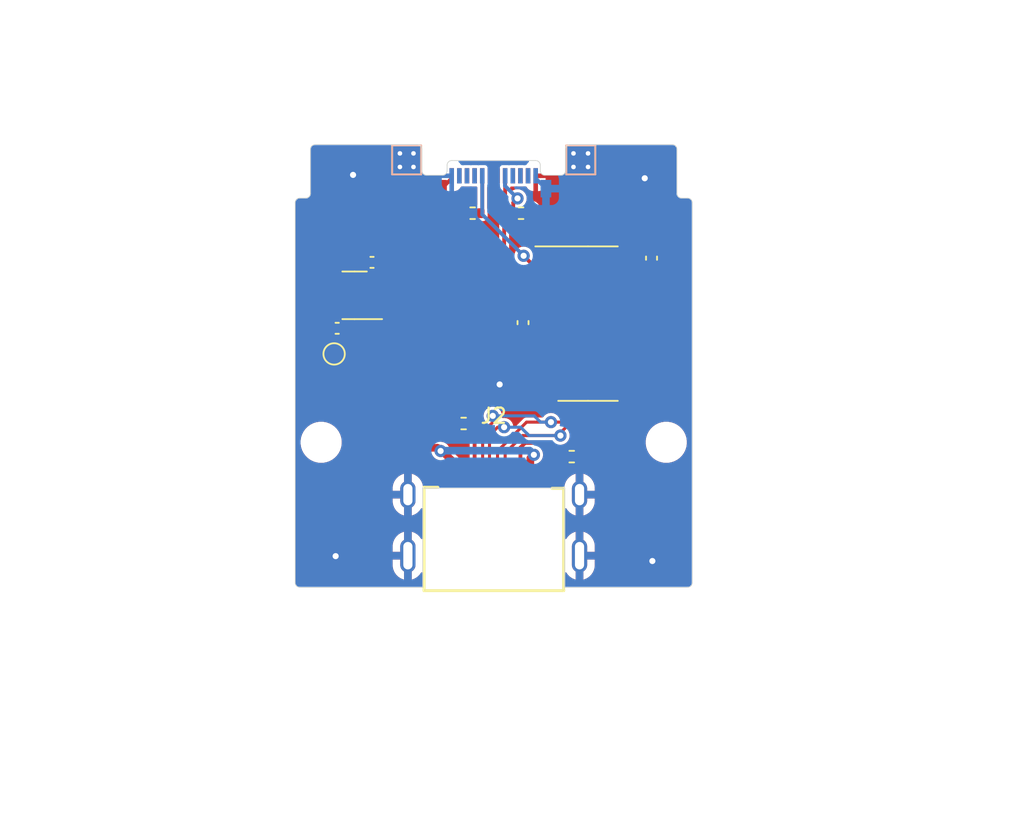
<source format=kicad_pcb>
(kicad_pcb (version 20240108) (generator "pcbnew") (generator_version "8.0")
  (layers (0 "F.Cu" signal) (31 "B.Cu" signal) (34 "B.Paste" user) (35 "F.Paste" user) (36 "B.SilkS" user "B.Silkscreen") (37 "F.SilkS" user "F.Silkscreen") (38 "B.Mask" user) (39 "F.Mask" user) (44 "Edge.Cuts" user))
  (net 0 "")
  (net 1 "+3V3")
  (net 2 "Earth")
  (net 3 "VBUS")
  (net 4 "Net-(P1-DOUT)")
  (net 5 "Net-(P1-DIN)")
  (net 6 "/D-")
  (net 7 "/D+")
  (net 8 "Net-(P1-VCONN)")
  (net 9 "Net-(P1-CC)")
  (net 20 "Net-(J2-CC2)")
  (net 22 "Net-(J2-CC1)")
  (footprint "Resistor_SMD:R_0402_1005Metric" (layer "F.Cu") (at 163.555 98.67)
    (property "Reference" "R4" (hide yes))
    (property "Value" "5.1k")
    (fp_line (start -0.153641 -0.38) (end 0.153641 -0.38) (stroke (width 0.12)) (layer "F.SilkS"))
    (fp_line (start -0.153641 0.38) (end 0.153641 0.38) (stroke (width 0.12)) (layer "F.SilkS"))
    (pad "1" smd roundrect (at -0.51 0) (size 0.54 0.64) (layers "F.Cu" "F.Paste" "F.Mask") (net 2 "Earth"))
    (pad "2" smd roundrect (at 0.51 0) (size 0.54 0.64) (layers "F.Cu" "F.Paste" "F.Mask") (net 9 "Net-(P1-CC)"))
  )
  (footprint "Capacitor_SMD:C_0402_1005Metric" (layer "F.Cu") (at 175.27 101.615 -90)
    (property "Reference" "C2" (hide yes))
    (property "Value" "100nF")
    (fp_line (start -0.107836 0.36) (end 0.107836 0.36) (stroke (width 0.12)) (layer "F.SilkS"))
    (fp_line (start -0.107836 -0.36) (end 0.107836 -0.36) (stroke (width 0.12)) (layer "F.SilkS"))
    (pad "1" smd roundrect (at -0.48 0 270) (size 0.56 0.62) (layers "F.Cu" "F.Paste" "F.Mask") (net 1 "+3V3"))
    (pad "2" smd roundrect (at 0.48 0 270) (size 0.56 0.62) (layers "F.Cu" "F.Paste" "F.Mask") (net 2 "Earth"))
  )
  (footprint "EC Debug:GT-USB-7014F" (layer "F.Cu") (at 160.285 123.18)
    (property "Reference" "J2" (at 4.65 -11.23 0) (layer "F.SilkS"))
    (property "Value" "GT-USB-7014F")
    (fp_line (start 0.09 -6.55) (end 0.99 -6.55) (stroke (width 0.2)) (layer "F.SilkS"))
    (fp_line (start 0.09 0.22) (end 0.09 -6.55) (stroke (width 0.2)) (layer "F.SilkS"))
    (fp_line (start 8.47 -6.48) (end 9.23 -6.48) (stroke (width 0.2)) (layer "F.SilkS"))
    (fp_line (start 9.23 -6.48) (end 9.23 0.22) (stroke (width 0.2)) (layer "F.SilkS"))
    (fp_line (start 9.23 0.22) (end 0.09 0.22) (stroke (width 0.2)) (layer "F.SilkS"))
    (fp_line (start 0 -6.5) (end 0 0) (stroke (width 0.05)) (layer "Edge.Cuts"))
    (fp_line (start 0 -6.5) (end 9.3 -6.5) (stroke (width 0.05)) (layer "Edge.Cuts"))
    (fp_line (start 9.3 -6.5) (end 9.3 0) (stroke (width 0.05)) (layer "Edge.Cuts"))
    (pad "0" thru_hole oval (at -0.97 -6.07) (size 1 1.8) (drill oval 0.599999 1.399972) (layers "*.Cu" "*.Mask") (net 2 "Earth"))
    (pad "0" thru_hole oval (at -0.97 -2.07) (size 1 2.2) (drill oval 0.599999 1.799971) (layers "*.Cu" "*.Mask") (net 2 "Earth"))
    (pad "0" thru_hole oval (at 10.27 -6.07) (size 1 1.8) (drill oval 0.599999 1.400023) (layers "*.Cu" "*.Mask") (net 2 "Earth"))
    (pad "0" thru_hole oval (at 10.27 -2.07) (size 1 2.2) (drill oval 0.599999 1.799996) (layers "*.Cu" "*.Mask") (net 2 "Earth"))
    (pad "A1B12" smd rect (at 1.45 -7.23) (size 0.6 1.1) (layers "F.Cu" "F.Paste" "F.Mask") (net 2 "Earth"))
    (pad "A4" smd rect (at 2.25 -7.23) (size 0.6 1.1) (layers "F.Cu" "F.Paste" "F.Mask") (net 3 "VBUS"))
    (pad "A5" smd rect (at 3.4 -7.23) (size 0.3 1.1) (layers "F.Cu" "F.Paste" "F.Mask") (net 22 "Net-(J2-CC1)"))
    (pad "A6" smd rect (at 4.4 -7.23) (size 0.3 1.1) (layers "F.Cu" "F.Paste" "F.Mask") (net 7 "/D+"))
    (pad "A7" smd rect (at 4.9 -7.23) (size 0.3 1.1) (layers "F.Cu" "F.Paste" "F.Mask") (net 6 "/D-"))
    (pad "A8" smd rect (at 5.9 -7.23) (size 0.3 1.1) (layers "F.Cu" "F.Paste" "F.Mask"))
    (pad "B1A12" smd rect (at 7.85 -7.23) (size 0.6 1.1) (layers "F.Cu" "F.Paste" "F.Mask") (net 2 "Earth"))
    (pad "B4" smd rect (at 7.05 -7.23) (size 0.6 1.1) (layers "F.Cu" "F.Paste" "F.Mask") (net 3 "VBUS"))
    (pad "B5" smd rect (at 6.4 -7.23) (size 0.3 1.1) (layers "F.Cu" "F.Paste" "F.Mask") (net 20 "Net-(J2-CC2)"))
    (pad "B6" smd rect (at 5.4 -7.23) (size 0.3 1.1) (layers "F.Cu" "F.Paste" "F.Mask") (net 7 "/D+"))
    (pad "B7" smd rect (at 3.9 -7.23) (size 0.3 1.1) (layers "F.Cu" "F.Paste" "F.Mask") (net 6 "/D-"))
    (pad "B8" smd rect (at 2.9 -7.23) (size 0.3 1.1) (layers "F.Cu" "F.Paste" "F.Mask"))
  )
  (footprint "EC Debug:105444" (layer "F.Cu") (at 164.935 96.18)
    (property "Reference" "P1" (hide yes))
    (property "Value" "USB_C_Plug_USB2.0" (hide yes))
    (fp_line (start -3.35 0) (end -4.3 0) (stroke (width 0.05)) (layer "Edge.Cuts"))
    (fp_line (start -3.05 -0.66) (end -3.05 -0.3) (stroke (width 0.05)) (layer "Edge.Cuts"))
    (fp_line (start -2.75 -0.96) (end 2.75 -0.96) (stroke (width 0.05)) (layer "Edge.Cuts"))
    (fp_line (start 3.05 -0.66) (end 3.05 -0.3) (stroke (width 0.05)) (layer "Edge.Cuts"))
    (fp_line (start 3.35 0) (end 4.3 0) (stroke (width 0.05)) (layer "Edge.Cuts"))
    (fp_arc (start -3.05 -0.66) (mid -2.962132 -0.872132) (end -2.75 -0.96) (stroke (width 0.05)) (layer "Edge.Cuts"))
    (fp_arc (start -3.05 -0.3) (mid -3.137868 -0.087868) (end -3.35 0) (stroke (width 0.05)) (layer "Edge.Cuts"))
    (fp_arc (start 2.75 -0.96) (mid 2.962132 -0.872132) (end 3.05 -0.66) (stroke (width 0.05)) (layer "Edge.Cuts"))
    (fp_arc (start 3.35 0) (mid 3.137868 -0.087868) (end 3.05 -0.3) (stroke (width 0.05)) (layer "Edge.Cuts"))
    (pad "A1" smd rect (at -2.75 0.04) (size 0.3 1) (layers "F.Cu" "F.Paste" "F.Mask") (net 2 "Earth"))
    (pad "A2" smd rect (at -2.25 0.04) (size 0.3 1) (layers "F.Cu" "F.Paste" "F.Mask"))
    (pad "A3" smd rect (at -1.75 0.04) (size 0.3 1) (layers "F.Cu" "F.Paste" "F.Mask"))
    (pad "A4" smd rect (at -1.25 0.04) (size 0.3 1) (layers "F.Cu" "F.Paste" "F.Mask"))
    (pad "A5" smd rect (at -0.75 0.04) (size 0.3 1) (layers "F.Cu" "F.Paste" "F.Mask") (net 9 "Net-(P1-CC)"))
    (pad "A6" smd rect (at -0.25 0.04) (size 0.3 1) (layers "F.Cu" "F.Paste" "F.Mask"))
    (pad "A7" smd rect (at 0.25 0.04) (size 0.3 1) (layers "F.Cu" "F.Paste" "F.Mask"))
    (pad "A8" smd rect (at 0.75 0.04) (size 0.3 1) (layers "F.Cu" "F.Paste" "F.Mask") (net 4 "Net-(P1-DOUT)"))
    (pad "A9" smd rect (at 1.25 0.04) (size 0.3 1) (layers "F.Cu" "F.Paste" "F.Mask"))
    (pad "A10" smd rect (at 1.75 0.04) (size 0.3 1) (layers "F.Cu" "F.Paste" "F.Mask"))
    (pad "A11" smd rect (at 2.25 0.04) (size 0.3 1) (layers "F.Cu" "F.Paste" "F.Mask"))
    (pad "A12" smd rect (at 2.75 0.04) (size 0.3 1) (layers "F.Cu" "F.Paste" "F.Mask") (net 2 "Earth"))
    (pad "B1" smd rect (at 2.75 0.04) (size 0.3 1) (layers "B.Cu" "B.Paste" "B.Mask") (net 2 "Earth"))
    (pad "B2" smd rect (at 2.25 0.04) (size 0.3 1) (layers "B.Cu" "B.Paste" "B.Mask"))
    (pad "B3" smd rect (at 1.75 0.04) (size 0.3 1) (layers "B.Cu" "B.Paste" "B.Mask"))
    (pad "B4" smd rect (at 1.25 0.04) (size 0.3 1) (layers "B.Cu" "B.Paste" "B.Mask"))
    (pad "B5" smd rect (at 0.75 0.04) (size 0.3 1) (layers "B.Cu" "B.Paste" "B.Mask") (net 8 "Net-(P1-VCONN)"))
    (pad "B8" smd rect (at -0.75 0.04) (size 0.3 1) (layers "B.Cu" "B.Paste" "B.Mask") (net 5 "Net-(P1-DIN)"))
    (pad "B9" smd rect (at -1.25 0.04) (size 0.3 1) (layers "B.Cu" "B.Paste" "B.Mask"))
    (pad "B10" smd rect (at -1.75 0.04) (size 0.3 1) (layers "B.Cu" "B.Paste" "B.Mask"))
    (pad "B11" smd rect (at -2.25 0.04) (size 0.3 1) (layers "B.Cu" "B.Paste" "B.Mask"))
    (pad "B12" smd rect (at -2.75 0.04) (size 0.3 1) (layers "B.Cu" "B.Paste" "B.Mask") (net 2 "Earth"))
    (pad "S1" smd rect (at -3.42 0.88) (size 0.7 1.15) (layers "F.Cu" "F.Paste" "F.Mask") (net 2 "Earth"))
    (pad "S1" smd rect (at 3.42 0.88) (size 0.7 1.15) (layers "B.Cu" "B.Paste" "B.Mask") (net 2 "Earth"))
  )
  (footprint "Resistor_SMD:R_0402_1005Metric" (layer "F.Cu") (at 162.965 112.45)
    (property "Reference" "R1" (hide yes))
    (property "Value" "5.1k")
    (fp_line (start -0.153641 -0.38) (end 0.153641 -0.38) (stroke (width 0.12)) (layer "F.SilkS"))
    (fp_line (start -0.153641 0.38) (end 0.153641 0.38) (stroke (width 0.12)) (layer "F.SilkS"))
    (pad "1" smd roundrect (at -0.51 0) (size 0.54 0.64) (layers "F.Cu" "F.Paste" "F.Mask") (net 2 "Earth"))
    (pad "2" smd roundrect (at 0.51 0) (size 0.54 0.64) (layers "F.Cu" "F.Paste" "F.Mask") (net 22 "Net-(J2-CC1)"))
  )
  (footprint "Resistor_SMD:R_0402_1005Metric" (layer "F.Cu") (at 166.725 98.67 180)
    (property "Reference" "R3" (hide yes))
    (property "Value" "5.1k")
    (fp_line (start -0.153641 0.38) (end 0.153641 0.38) (stroke (width 0.12)) (layer "F.SilkS"))
    (fp_line (start -0.153641 -0.38) (end 0.153641 -0.38) (stroke (width 0.12)) (layer "F.SilkS"))
    (pad "1" smd roundrect (at -0.51 0 180) (size 0.54 0.64) (layers "F.Cu" "F.Paste" "F.Mask") (net 2 "Earth"))
    (pad "2" smd roundrect (at 0.51 0 180) (size 0.54 0.64) (layers "F.Cu" "F.Paste" "F.Mask") (net 8 "Net-(P1-VCONN)"))
  )
  (footprint "Capacitor_SMD:C_0402_1005Metric" (layer "F.Cu") (at 166.855 105.84 -90)
    (property "Reference" "C4" (hide yes))
    (property "Value" "100nF")
    (fp_line (start -0.107836 0.36) (end 0.107836 0.36) (stroke (width 0.12)) (layer "F.SilkS"))
    (fp_line (start -0.107836 -0.36) (end 0.107836 -0.36) (stroke (width 0.12)) (layer "F.SilkS"))
    (pad "1" smd roundrect (at -0.48 0 270) (size 0.56 0.62) (layers "F.Cu" "F.Paste" "F.Mask") (net 1 "+3V3"))
    (pad "2" smd roundrect (at 0.48 0 270) (size 0.56 0.62) (layers "F.Cu" "F.Paste" "F.Mask") (net 2 "Earth"))
  )
  (footprint "TestPoint:TestPoint_Pad_D1.0mm" (layer "F.Cu") (at 154.485 107.89)
    (property "Reference" "TP5" (hide yes))
    (property "Value" "3V3")
    (fp_circle (center 0 0) (end 0 0.7) (stroke (width 0.12)) (fill none) (layer "F.SilkS"))
    (pad "1" smd circle (at 0 0) (size 1 1) (layers "F.Cu" "F.Mask") (net 1 "+3V3"))
  )
  (footprint "MountingHole:MountingHole_2.2mm_M2" (layer "F.Cu") (at 153.635 113.68)
    (property "Reference" "H1" (hide yes))
    (property "Value" "MountingHole")
    (pad "" np_thru_hole circle (at 0 0) (size 2.2 2.2) (drill 2.2) (layers "F&B.Cu" "*.Mask"))
  )
  (footprint "Package_TO_SOT_SMD:SOT-23-5" (layer "F.Cu") (at 155.825 104.05 180)
    (property "Reference" "U1" (hide yes))
    (property "Value" "AP2112K-3.3")
    (fp_line (start 0 1.56) (end 0.8 1.56) (stroke (width 0.12)) (layer "F.SilkS"))
    (fp_line (start 0 1.56) (end -0.8 1.56) (stroke (width 0.12)) (layer "F.SilkS"))
    (fp_line (start 0 -1.56) (end 0.8 -1.56) (stroke (width 0.12)) (layer "F.SilkS"))
    (fp_line (start 0 -1.56) (end -1.8 -1.56) (stroke (width 0.12)) (layer "F.SilkS"))
    (pad "1" smd roundrect (at -1.1375 -0.95 180) (size 1.325 0.6) (layers "F.Cu" "F.Paste" "F.Mask") (net 3 "VBUS"))
    (pad "2" smd roundrect (at -1.1375 0 180) (size 1.325 0.6) (layers "F.Cu" "F.Paste" "F.Mask") (net 2 "Earth"))
    (pad "3" smd roundrect (at -1.1375 0.95 180) (size 1.325 0.6) (layers "F.Cu" "F.Paste" "F.Mask") (net 3 "VBUS"))
    (pad "4" smd roundrect (at 1.1375 0.95 180) (size 1.325 0.6) (layers "F.Cu" "F.Paste" "F.Mask"))
    (pad "5" smd roundrect (at 1.1375 -0.95 180) (size 1.325 0.6) (layers "F.Cu" "F.Paste" "F.Mask") (net 1 "+3V3"))
  )
  (footprint "Capacitor_SMD:C_0402_1005Metric" (layer "F.Cu") (at 156.965 101.89 180)
    (property "Reference" "C1" (hide yes))
    (property "Value" "1uF")
    (fp_line (start -0.107836 0.36) (end 0.107836 0.36) (stroke (width 0.12)) (layer "F.SilkS"))
    (fp_line (start -0.107836 -0.36) (end 0.107836 -0.36) (stroke (width 0.12)) (layer "F.SilkS"))
    (pad "1" smd roundrect (at -0.48 0 180) (size 0.56 0.62) (layers "F.Cu" "F.Paste" "F.Mask") (net 3 "VBUS"))
    (pad "2" smd roundrect (at 0.48 0 180) (size 0.56 0.62) (layers "F.Cu" "F.Paste" "F.Mask") (net 2 "Earth"))
  )
  (footprint "Capacitor_SMD:C_0402_1005Metric" (layer "F.Cu") (at 154.685 106.21)
    (property "Reference" "C3" (hide yes))
    (property "Value" "1uF")
    (fp_line (start -0.107836 -0.36) (end 0.107836 -0.36) (stroke (width 0.12)) (layer "F.SilkS"))
    (fp_line (start -0.107836 0.36) (end 0.107836 0.36) (stroke (width 0.12)) (layer "F.SilkS"))
    (pad "1" smd roundrect (at -0.48 0) (size 0.56 0.62) (layers "F.Cu" "F.Paste" "F.Mask") (net 1 "+3V3"))
    (pad "2" smd roundrect (at 0.48 0) (size 0.56 0.62) (layers "F.Cu" "F.Paste" "F.Mask") (net 2 "Earth"))
  )
  (footprint "Package_SO:SOIC-16_3.9x9.9mm_P1.27mm" (layer "F.Cu") (at 171.11 105.905)
    (property "Reference" "U2" (hide yes))
    (property "Value" "CH340C")
    (fp_line (start 0 -5.06) (end -3.45 -5.06) (stroke (width 0.12)) (layer "F.SilkS"))
    (fp_line (start 0 -5.06) (end 1.95 -5.06) (stroke (width 0.12)) (layer "F.SilkS"))
    (fp_line (start 0 5.06) (end -1.95 5.06) (stroke (width 0.12)) (layer "F.SilkS"))
    (fp_line (start 0 5.06) (end 1.95 5.06) (stroke (width 0.12)) (layer "F.SilkS"))
    (pad "1" smd roundrect (at -2.475 -4.445) (size 1.95 0.6) (layers "F.Cu" "F.Paste" "F.Mask") (net 2 "Earth"))
    (pad "2" smd roundrect (at -2.475 -3.175) (size 1.95 0.6) (layers "F.Cu" "F.Paste" "F.Mask") (net 5 "Net-(P1-DIN)"))
    (pad "3" smd roundrect (at -2.475 -1.905) (size 1.95 0.6) (layers "F.Cu" "F.Paste" "F.Mask") (net 4 "Net-(P1-DOUT)"))
    (pad "4" smd roundrect (at -2.475 -0.635) (size 1.95 0.6) (layers "F.Cu" "F.Paste" "F.Mask") (net 1 "+3V3"))
    (pad "5" smd roundrect (at -2.475 0.635) (size 1.95 0.6) (layers "F.Cu" "F.Paste" "F.Mask") (net 7 "/D+"))
    (pad "6" smd roundrect (at -2.475 1.905) (size 1.95 0.6) (layers "F.Cu" "F.Paste" "F.Mask") (net 6 "/D-"))
    (pad "7" smd roundrect (at -2.475 3.175) (size 1.95 0.6) (layers "F.Cu" "F.Paste" "F.Mask"))
    (pad "8" smd roundrect (at -2.475 4.445) (size 1.95 0.6) (layers "F.Cu" "F.Paste" "F.Mask"))
    (pad "9" smd roundrect (at 2.475 4.445) (size 1.95 0.6) (layers "F.Cu" "F.Paste" "F.Mask"))
    (pad "10" smd roundrect (at 2.475 3.175) (size 1.95 0.6) (layers "F.Cu" "F.Paste" "F.Mask"))
    (pad "11" smd roundrect (at 2.475 1.905) (size 1.95 0.6) (layers "F.Cu" "F.Paste" "F.Mask"))
    (pad "12" smd roundrect (at 2.475 0.635) (size 1.95 0.6) (layers "F.Cu" "F.Paste" "F.Mask"))
    (pad "13" smd roundrect (at 2.475 -0.635) (size 1.95 0.6) (layers "F.Cu" "F.Paste" "F.Mask"))
    (pad "14" smd roundrect (at 2.475 -1.905) (size 1.95 0.6) (layers "F.Cu" "F.Paste" "F.Mask"))
    (pad "15" smd roundrect (at 2.475 -3.175) (size 1.95 0.6) (layers "F.Cu" "F.Paste" "F.Mask"))
    (pad "16" smd roundrect (at 2.475 -4.445) (size 1.95 0.6) (layers "F.Cu" "F.Paste" "F.Mask") (net 1 "+3V3"))
  )
  (footprint "TestPoint:TestPoint_Pad_1.5x1.5mm" (layer "F.Cu") (at 159.235 95.18)
    (property "Reference" "TP1" (hide yes))
    (property "Value" "TestPoint" (hide yes))
    (fp_line (start -0.95 -0.95) (end 0.95 -0.95) (stroke (width 0.12)) (layer "F.SilkS"))
    (fp_line (start -0.95 0.95) (end -0.95 -0.95) (stroke (width 0.12)) (layer "F.SilkS"))
    (fp_line (start 0.95 -0.95) (end 0.95 0.95) (stroke (width 0.12)) (layer "F.SilkS"))
    (fp_line (start 0.95 0.95) (end -0.95 0.95) (stroke (width 0.12)) (layer "F.SilkS"))
    (pad "1" smd rect (at 0 0) (size 1.5 1.5) (layers "F.Cu" "F.Mask") (net 2 "Earth"))
  )
  (footprint "MountingHole:MountingHole_2.2mm_M2" (layer "F.Cu") (at 176.235 113.68)
    (property "Reference" "H2" (hide yes))
    (property "Value" "MountingHole")
    (pad "" np_thru_hole circle (at 0 0) (size 2.2 2.2) (drill 2.2) (layers "F&B.Cu" "*.Mask"))
  )
  (footprint "TestPoint:TestPoint_Pad_1.5x1.5mm" (layer "F.Cu") (at 170.635 95.18)
    (property "Reference" "TP3" (hide yes))
    (property "Value" "TestPoint" (hide yes))
    (fp_line (start -0.95 -0.95) (end 0.95 -0.95) (stroke (width 0.12)) (layer "F.SilkS"))
    (fp_line (start -0.95 0.95) (end -0.95 -0.95) (stroke (width 0.12)) (layer "F.SilkS"))
    (fp_line (start 0.95 -0.95) (end 0.95 0.95) (stroke (width 0.12)) (layer "F.SilkS"))
    (fp_line (start 0.95 0.95) (end -0.95 0.95) (stroke (width 0.12)) (layer "F.SilkS"))
    (pad "1" smd rect (at 0 0) (size 1.5 1.5) (layers "F.Cu" "F.Mask") (net 2 "Earth"))
  )
  (footprint "Resistor_SMD:R_0402_1005Metric" (layer "F.Cu") (at 170.045 114.62 180)
    (property "Reference" "R2" (hide yes))
    (property "Value" "5.1k")
    (fp_line (start -0.153641 0.38) (end 0.153641 0.38) (stroke (width 0.12)) (layer "F.SilkS"))
    (fp_line (start -0.153641 -0.38) (end 0.153641 -0.38) (stroke (width 0.12)) (layer "F.SilkS"))
    (pad "1" smd roundrect (at -0.51 0 180) (size 0.54 0.64) (layers "F.Cu" "F.Paste" "F.Mask") (net 2 "Earth"))
    (pad "2" smd roundrect (at 0.51 0 180) (size 0.54 0.64) (layers "F.Cu" "F.Paste" "F.Mask") (net 20 "Net-(J2-CC2)"))
  )
  (footprint "TestPoint:TestPoint_Pad_1.5x1.5mm" (layer "B.Cu") (at 159.235 95.18)
    (property "Reference" "TP2" (hide yes))
    (property "Value" "TestPoint")
    (fp_line (start -0.95 -0.95) (end -0.95 0.95) (stroke (width 0.12)) (layer "B.SilkS"))
    (fp_line (start -0.95 0.95) (end 0.95 0.95) (stroke (width 0.12)) (layer "B.SilkS"))
    (fp_line (start 0.95 -0.95) (end -0.95 -0.95) (stroke (width 0.12)) (layer "B.SilkS"))
    (fp_line (start 0.95 0.95) (end 0.95 -0.95) (stroke (width 0.12)) (layer "B.SilkS"))
    (pad "1" smd rect (at 0 0) (size 1.5 1.5) (layers "B.Cu" "B.Mask") (net 2 "Earth"))
  )
  (footprint "TestPoint:TestPoint_Pad_1.5x1.5mm" (layer "B.Cu") (at 170.635 95.18)
    (property "Reference" "TP4" (hide yes))
    (property "Value" "TestPoint")
    (fp_line (start -0.95 -0.95) (end -0.95 0.95) (stroke (width 0.12)) (layer "B.SilkS"))
    (fp_line (start -0.95 0.95) (end 0.95 0.95) (stroke (width 0.12)) (layer "B.SilkS"))
    (fp_line (start 0.95 -0.95) (end -0.95 -0.95) (stroke (width 0.12)) (layer "B.SilkS"))
    (fp_line (start 0.95 0.95) (end 0.95 -0.95) (stroke (width 0.12)) (layer "B.SilkS"))
    (pad "1" smd rect (at 0 0) (size 1.5 1.5) (layers "B.Cu" "B.Mask") (net 2 "Earth"))
  )
  (gr_arc (start 160.535 96.18) (mid 160.322868 96.092132) (end 160.235 95.88) (stroke (width 0.05)) (layer "Edge.Cuts"))
  (gr_line (start 169.935 94.18) (end 176.635 94.18) (stroke (width 0.05)) (layer "Edge.Cuts"))
  (gr_line (start 152.935 97.38) (end 152.935 94.48) (stroke (width 0.05)) (layer "Edge.Cuts"))
  (gr_line (start 152.235 97.68) (end 152.635 97.68) (stroke (width 0.05)) (layer "Edge.Cuts"))
  (gr_line (start 177.935 97.98) (end 177.935 122.88) (stroke (width 0.05)) (layer "Edge.Cuts"))
  (gr_line (start 169.235 96.18) (end 169.335 96.18) (stroke (width 0.05)) (layer "Edge.Cuts"))
  (gr_line (start 169.635 95.88) (end 169.635 94.48) (stroke (width 0.05)) (layer "Edge.Cuts"))
  (gr_line (start 160.235 95.88) (end 160.235 94.48) (stroke (width 0.05)) (layer "Edge.Cuts"))
  (gr_line (start 160.535 96.18) (end 160.635 96.18) (stroke (width 0.05)) (layer "Edge.Cuts"))
  (gr_arc (start 169.635 94.48) (mid 169.722868 94.267868) (end 169.935 94.18) (stroke (width 0.05)) (layer "Edge.Cuts"))
  (gr_arc (start 177.935 122.88) (mid 177.847132 123.092132) (end 177.635 123.18) (stroke (width 0.05)) (layer "Edge.Cuts"))
  (gr_arc (start 152.935 97.38) (mid 152.847132 97.592132) (end 152.635 97.68) (stroke (width 0.05)) (layer "Edge.Cuts"))
  (gr_line (start 159.935 94.18) (end 153.235 94.18) (stroke (width 0.05)) (layer "Edge.Cuts"))
  (gr_line (start 177.235 97.68) (end 177.635 97.68) (stroke (width 0.05)) (layer "Edge.Cuts"))
  (gr_arc (start 169.635 95.88) (mid 169.547132 96.092132) (end 169.335 96.18) (stroke (width 0.05)) (layer "Edge.Cuts"))
  (gr_arc (start 152.235 123.18) (mid 152.022868 123.092132) (end 151.935 122.88) (stroke (width 0.05)) (layer "Edge.Cuts"))
  (gr_arc (start 151.935 97.98) (mid 152.022868 97.767868) (end 152.235 97.68) (stroke (width 0.05)) (layer "Edge.Cuts"))
  (gr_line (start 152.235 123.18) (end 160.285 123.18) (stroke (width 0.05)) (layer "Edge.Cuts"))
  (gr_line (start 176.935 97.38) (end 176.935 94.48) (stroke (width 0.05)) (layer "Edge.Cuts"))
  (gr_line (start 151.935 97.98) (end 151.935 122.88) (stroke (width 0.05)) (layer "Edge.Cuts"))
  (gr_arc (start 177.635 97.68) (mid 177.847132 97.767868) (end 177.935 97.98) (stroke (width 0.05)) (layer "Edge.Cuts"))
  (gr_line (start 177.635 123.18) (end 169.585 123.18) (stroke (width 0.05)) (layer "Edge.Cuts"))
  (gr_arc (start 176.635 94.18) (mid 176.847132 94.267868) (end 176.935 94.48) (stroke (width 0.05)) (layer "Edge.Cuts"))
  (gr_arc (start 159.935 94.18) (mid 160.147132 94.267868) (end 160.235 94.48) (stroke (width 0.05)) (layer "Edge.Cuts"))
  (gr_arc (start 177.235 97.68) (mid 177.022868 97.592132) (end 176.935 97.38) (stroke (width 0.05)) (layer "Edge.Cuts"))
  (gr_arc (start 152.935 94.48) (mid 153.022868 94.267868) (end 153.235 94.18) (stroke (width 0.05)) (layer "Edge.Cuts"))
  (segment (start 168.635 105.27) (end 166.945 105.27) (width 0.25) (layer "F.Cu") (net 1))
  (segment (start 154.485 107.89) (end 154.485 106.49) (width 0.25) (layer "F.Cu") (net 1))
  (segment (start 154.205 105.4825) (end 154.205 106.21) (width 0.25) (layer "F.Cu") (net 1))
  (segment (start 161.99351 107.89) (end 164.55351 105.33) (width 0.25) (layer "F.Cu") (net 1))
  (segment (start 154.6875 105) (end 154.205 105.4825) (width 0.25) (layer "F.Cu") (net 1))
  (segment (start 154.485 106.49) (end 154.205 106.21) (width 0.25) (layer "F.Cu") (net 1))
  (segment (start 168.635 105.27) (end 169.394092 105.27) (width 0.25) (layer "F.Cu") (net 1))
  (segment (start 166.825 105.33) (end 166.855 105.36) (width 0.25) (layer "F.Cu") (net 1))
  (segment (start 173.585 101.46) (end 174.945 101.46) (width 0.25) (layer "F.Cu") (net 1))
  (segment (start 164.55351 105.33) (end 166.825 105.33) (width 0.25) (layer "F.Cu") (net 1))
  (segment (start 166.945 105.27) (end 166.855 105.36) (width 0.25) (layer "F.Cu") (net 1))
  (segment (start 174.945 101.46) (end 175.27 101.135) (width 0.25) (layer "F.Cu") (net 1))
  (segment (start 169.394092 105.27) (end 173.204092 101.46) (width 0.25) (layer "F.Cu") (net 1))
  (segment (start 173.204092 101.46) (end 173.585 101.46) (width 0.25) (layer "F.Cu") (net 1))
  (segment (start 154.485 107.89) (end 161.99351 107.89) (width 0.25) (layer "F.Cu") (net 1))
  (segment (start 162.185 96.39) (end 161.515 97.06) (width 0.25) (layer "F.Cu") (net 2))
  (segment (start 162.185 96.22) (end 162.185 96.39) (width 0.25) (layer "F.Cu") (net 2))
  (via (at 154.585 121.14) (size 0.8) (drill 0.4) (layers "F.Cu" "B.Cu") (net 2))
  (via (at 158.793 94.7515) (size 0.5) (drill 0.3) (layers "F.Cu" "B.Cu") (net 2))
  (via (at 170.1595 94.7515) (size 0.5) (drill 0.3) (layers "F.Cu" "B.Cu") (net 2))
  (via (at 158.793 95.6405) (size 0.5) (drill 0.3) (layers "F.Cu" "B.Cu") (net 2))
  (via (at 159.682 95.6405) (size 0.5) (drill 0.3) (layers "F.Cu" "B.Cu") (net 2))
  (via (at 174.825 96.38) (size 0.8) (drill 0.4) (layers "F.Cu" "B.Cu") (net 2))
  (via (at 171.112 94.7515) (size 0.5) (drill 0.3) (layers "F.Cu" "B.Cu") (net 2))
  (via (at 165.325 109.89) (size 0.8) (drill 0.4) (layers "F.Cu" "B.Cu") (net 2))
  (via (at 175.325 121.46) (size 0.8) (drill 0.4) (layers "F.Cu" "B.Cu") (net 2))
  (via (at 159.682 94.7515) (size 0.5) (drill 0.3) (layers "F.Cu" "B.Cu") (net 2))
  (via (at 171.112 95.6405) (size 0.5) (drill 0.3) (layers "F.Cu" "B.Cu") (net 2))
  (via (at 155.725 96.16) (size 0.8) (drill 0.4) (layers "F.Cu" "B.Cu") (net 2))
  (via (at 170.1595 95.6405) (size 0.5) (drill 0.3) (layers "F.Cu" "B.Cu") (net 2))
  (segment (start 167.685 96.22) (end 167.685 96.39) (width 0.25) (layer "B.Cu") (net 2))
  (segment (start 167.685 96.39) (end 168.355 97.06) (width 0.25) (layer "B.Cu") (net 2))
  (segment (start 157.445 102.6175) (end 156.9625 103.1) (width 0.25) (layer "F.Cu") (net 3))
  (segment (start 161.248762 114.04) (end 159.291497 114.04) (width 0.5) (layer "F.Cu") (net 3))
  (segment (start 167.335 114.73) (end 167.335 115.95) (width 0.5) (layer "F.Cu") (net 3))
  (segment (start 156.397316 103.1) (end 156.9625 103.1) (width 0.5) (layer "F.Cu") (net 3))
  (segment (start 157.445 101.89) (end 157.445 102.6175) (width 0.25) (layer "F.Cu") (net 3))
  (segment (start 155.537316 104.14) (end 155.537316 103.96) (width 0.5) (layer "F.Cu") (net 3))
  (segment (start 156.9625 105) (end 156.397316 105) (width 0.5) (layer "F.Cu") (net 3))
  (segment (start 162.535 115.22) (end 162.535 115.95) (width 0.5) (layer "F.Cu") (net 3))
  (segment (start 161.457972 114.24921) (end 161.56421 114.24921) (width 0.5) (layer "F.Cu") (net 3))
  (segment (start 154.212316 103.96) (end 155.537316 103.96) (width 0.5) (layer "F.Cu") (net 3))
  (segment (start 153.465 108.213503) (end 153.465 104.707316) (width 0.5) (layer "F.Cu") (net 3))
  (segment (start 155.537316 103.96) (end 156.397316 103.1) (width 0.5) (layer "F.Cu") (net 3))
  (segment (start 159.291497 114.04) (end 153.465 108.213503) (width 0.5) (layer "F.Cu") (net 3))
  (segment (start 153.465 104.707316) (end 154.212316 103.96) (width 0.5) (layer "F.Cu") (net 3))
  (segment (start 167.565 114.5) (end 167.335 114.73) (width 0.5) (layer "F.Cu") (net 3))
  (segment (start 161.457972 114.24921) (end 161.248762 114.04) (width 0.5) (layer "F.Cu") (net 3))
  (segment (start 161.56421 114.24921) (end 162.535 115.22) (width 0.5) (layer "F.Cu") (net 3))
  (segment (start 156.397316 105) (end 155.537316 104.14) (width 0.5) (layer "F.Cu") (net 3))
  (via (at 161.457972 114.24921) (size 0.8) (drill 0.4) (layers "F.Cu" "B.Cu") (net 3))
  (via (at 167.565 114.5) (size 0.8) (drill 0.4) (layers "F.Cu" "B.Cu") (net 3))
  (segment (start 161.477182 114.23) (end 161.457972 114.24921) (width 0.5) (layer "B.Cu") (net 3))
  (segment (start 167.565 114.5) (end 167.295 114.23) (width 0.5) (layer "B.Cu") (net 3))
  (segment (start 167.295 114.23) (end 161.477182 114.23) (width 0.5) (layer "B.Cu") (net 3))
  (segment (start 165.685 98.22572) (end 165.62 98.29072) (width 0.25) (layer "F.Cu") (net 4))
  (segment (start 165.685 96.22) (end 165.685 98.22572) (width 0.25) (layer "F.Cu") (net 4))
  (segment (start 165.62 101.365908) (end 168.254092 104) (width 0.25) (layer "F.Cu") (net 4))
  (segment (start 165.62 98.29072) (end 165.62 101.365908) (width 0.25) (layer "F.Cu") (net 4))
  (segment (start 168.254092 104) (end 168.635 104) (width 0.25) (layer "F.Cu") (net 4))
  (segment (start 168.165 102.73) (end 166.895 101.46) (width 0.25) (layer "F.Cu") (net 5))
  (segment (start 168.635 102.73) (end 168.165 102.73) (width 0.25) (layer "F.Cu") (net 5))
  (via (at 166.895 101.46) (size 0.8) (drill 0.4) (layers "F.Cu" "B.Cu") (net 5))
  (segment (start 166.895 101.46) (end 164.185 98.75) (width 0.25) (layer "B.Cu") (net 5))
  (segment (start 164.185 98.75) (end 164.185 96.22) (width 0.25) (layer "B.Cu") (net 5))
  (segment (start 165.185 114.26) (end 165.185 115.95) (width 0.2) (layer "F.Cu") (net 6))
  (segment (start 170.77 110.956801) (end 170.77 108.415) (width 0.2) (layer "F.Cu") (net 6))
  (segment (start 170.165 107.81) (end 168.635 107.81) (width 0.2) (layer "F.Cu") (net 6))
  (segment (start 167.086232 112.358768) (end 165.185 114.26) (width 0.2) (layer "F.Cu") (net 6))
  (segment (start 164.185 115.95) (end 164.21 115.925) (width 0.2) (layer "F.Cu") (net 6))
  (segment (start 164.21 115.925) (end 164.21 113.036801) (width 0.2) (layer "F.Cu") (net 6))
  (segment (start 164.873768 112.373033) (end 164.873768 111.948768) (width 0.2) (layer "F.Cu") (net 6))
  (segment (start 168.683768 112.358768) (end 167.086232 112.358768) (width 0.2) (layer "F.Cu") (net 6))
  (segment (start 164.21 113.036801) (end 164.873768 112.373033) (width 0.2) (layer "F.Cu") (net 6))
  (segment (start 168.683768 112.358768) (end 169.368033 112.358768) (width 0.2) (layer "F.Cu") (net 6))
  (segment (start 169.368033 112.358768) (end 170.77 110.956801) (width 0.2) (layer "F.Cu") (net 6))
  (segment (start 170.77 108.415) (end 170.165 107.81) (width 0.2) (layer "F.Cu") (net 6))
  (via (at 164.873768 111.948768) (size 0.8) (drill 0.4) (layers "F.Cu" "B.Cu") (net 6))
  (via (at 168.683768 112.358768) (size 0.8) (drill 0.4) (layers "F.Cu" "B.Cu") (net 6))
  (segment (start 167.58884 111.948768) (end 164.873768 111.948768) (width 0.2) (layer "B.Cu") (net 6))
  (segment (start 167.99884 112.358768) (end 167.58884 111.948768) (width 0.2) (layer "B.Cu") (net 6))
  (segment (start 168.683768 112.358768) (end 167.99884 112.358768) (width 0.2) (layer "B.Cu") (net 6))
  (segment (start 168.635 106.54) (end 169.31 106.54) (width 0.2) (layer "F.Cu") (net 7))
  (segment (start 170.097501 106.54) (end 168.635 106.54) (width 0.2) (layer "F.Cu") (net 7))
  (segment (start 166.835 113.24) (end 165.685 114.39) (width 0.2) (layer "F.Cu") (net 7))
  (segment (start 171.22 107.662499) (end 170.097501 106.54) (width 0.2) (layer "F.Cu") (net 7))
  (segment (start 169.305 113.24) (end 166.835 113.24) (width 0.2) (layer "F.Cu") (net 7))
  (segment (start 169.305 113.058199) (end 171.22 111.143199) (width 0.2) (layer "F.Cu") (net 7))
  (segment (start 171.22 111.143199) (end 171.22 107.662499) (width 0.2) (layer "F.Cu") (net 7))
  (segment (start 164.66 113.223199) (end 165.191967 112.691232) (width 0.2) (layer "F.Cu") (net 7))
  (segment (start 165.191967 112.691232) (end 165.616232 112.691232) (width 0.2) (layer "F.Cu") (net 7))
  (segment (start 164.66 115.925) (end 164.66 113.223199) (width 0.2) (layer "F.Cu") (net 7))
  (segment (start 169.305 113.24) (end 169.305 113.058199) (width 0.2) (layer "F.Cu") (net 7))
  (segment (start 164.685 115.95) (end 164.66 115.925) (width 0.2) (layer "F.Cu") (net 7))
  (segment (start 165.685 114.39) (end 165.685 115.95) (width 0.2) (layer "F.Cu") (net 7))
  (via (at 169.305 113.24) (size 0.8) (drill 0.4) (layers "F.Cu" "B.Cu") (net 7))
  (via (at 165.616232 112.691232) (size 0.8) (drill 0.4) (layers "F.Cu" "B.Cu") (net 7))
  (segment (start 166.698032 112.691232) (end 167.1859 113.1791) (width 0.2) (layer "B.Cu") (net 7))
  (segment (start 169.305 113.24) (end 167.2468 113.24) (width 0.2) (layer "B.Cu") (net 7))
  (segment (start 167.2468 113.24) (end 167.102594 113.095794) (width 0.2) (layer "B.Cu") (net 7))
  (segment (start 165.616232 112.691232) (end 166.698032 112.691232) (width 0.2) (layer "B.Cu") (net 7))
  (segment (start 166.215 97.98) (end 166.495 97.7) (width 0.25) (layer "F.Cu") (net 8))
  (segment (start 166.215 98.67) (end 166.215 97.98) (width 0.25) (layer "F.Cu") (net 8))
  (via (at 166.495 97.7) (size 0.8) (drill 0.4) (layers "F.Cu" "B.Cu") (net 8))
  (segment (start 165.67 96.875) (end 166.495 97.7) (width 0.25) (layer "B.Cu") (net 8))
  (segment (start 165.67 96.22) (end 165.67 96.875) (width 0.25) (layer "B.Cu") (net 8))
  (segment (start 164.185 98.55) (end 164.065 98.67) (width 0.25) (layer "F.Cu") (net 9))
  (segment (start 164.185 96.22) (end 164.185 98.55) (width 0.25) (layer "F.Cu") (net 9))
  (segment (start 166.995 113.72) (end 168.635 113.72) (width 0.25) (layer "F.Cu") (net 20))
  (segment (start 166.685 115.95) (end 166.685 114.03) (width 0.25) (layer "F.Cu") (net 20))
  (segment (start 166.685 114.03) (end 166.995 113.72) (width 0.25) (layer "F.Cu") (net 20))
  (segment (start 168.635 113.72) (end 169.535 114.62) (width 0.25) (layer "F.Cu") (net 20))
  (segment (start 163.685 112.69) (end 163.335 112.34) (width 0.25) (layer "F.Cu") (net 22))
  (segment (start 163.685 115.95) (end 163.685 112.69) (width 0.25) (layer "F.Cu") (net 22))
  (zone (net 2) (net_name "Earth") (layers "F&B.Cu") (connect_pads (clearance 0.127)) (min_thickness 0.127) (fill yes (thermal_gap 0.5) (thermal_bridge_width 0.5))
    (polygon (pts (xy 197.375 84.7) (xy 199.665 138.33) (xy 139.935 139.47) (xy 132.605 85.21)))
  )
)
</source>
